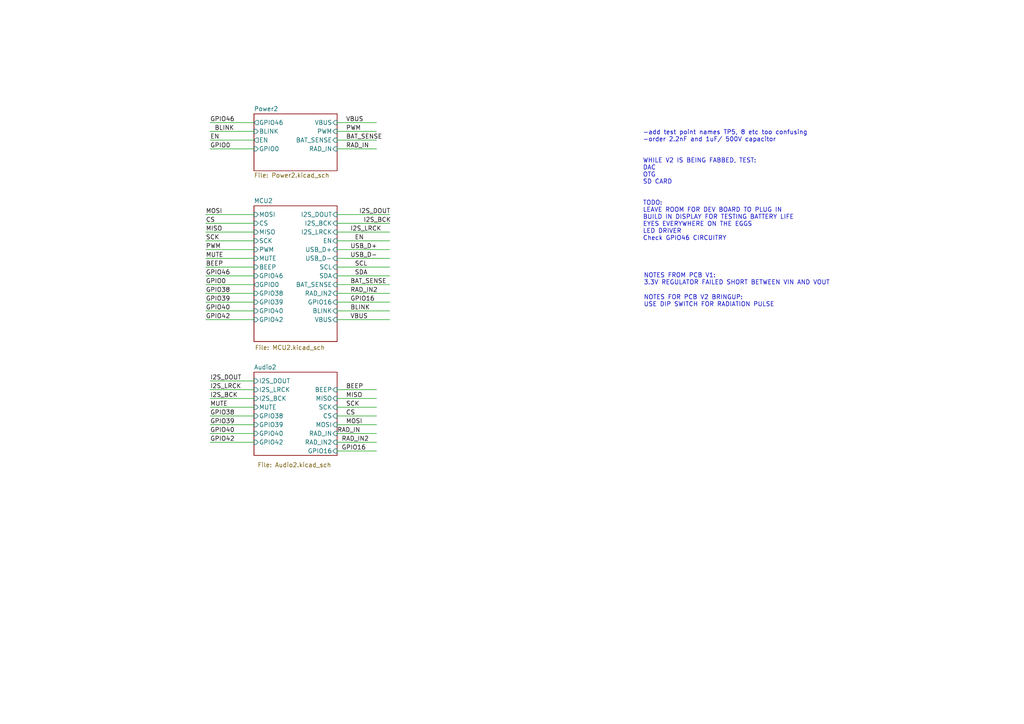
<source format=kicad_sch>
(kicad_sch
	(version 20250114)
	(generator "eeschema")
	(generator_version "9.0")
	(uuid "0a781558-ebe5-4562-8748-3cbe471da24e")
	(paper "A4")
	(title_block
		(title "POWER")
	)
	(lib_symbols)
	(text "-add test point names TP5, 8 etc too confusing\n-order 2.2nF and 1uF/ 500V capacitor\n\n\nWHILE V2 IS BEING FABBED, TEST:\nDAC\nOTG\nSD CARD\n\n\nTODO:\nLEAVE ROOM FOR DEV BOARD TO PLUG IN\nBUILD IN DISPLAY FOR TESTING BATTERY LIFE\nEYES EVERYWHERE ON THE EGGS\nLED DRIVER\nCheck GPIO46 CIRCUITRY"
		(exclude_from_sim no)
		(at 186.436 53.848 0)
		(effects
			(font
				(size 1.27 1.27)
			)
			(justify left)
		)
		(uuid "3760ff42-b08b-4703-aaf8-aeb1eb1db20c")
	)
	(text "NOTES FOR PCB V2 BRINGUP:\nUSE DIP SWITCH FOR RADIATION PULSE"
		(exclude_from_sim no)
		(at 186.69 87.376 0)
		(effects
			(font
				(size 1.27 1.27)
			)
			(justify left)
		)
		(uuid "3eee940c-3daf-4539-b402-6624e95890bf")
	)
	(text "NOTES FROM PCB V1:\n3.3V REGULATOR FAILED SHORT BETWEEN VIN AND VOUT"
		(exclude_from_sim no)
		(at 186.69 81.026 0)
		(effects
			(font
				(size 1.27 1.27)
			)
			(justify left)
		)
		(uuid "4bc7d904-9336-4473-9b75-88914af7bb07")
	)
	(wire
		(pts
			(xy 59.69 90.17) (xy 73.66 90.17)
		)
		(stroke
			(width 0)
			(type default)
		)
		(uuid "00d51275-3c9f-4e8a-891d-674dc05285b5")
	)
	(wire
		(pts
			(xy 59.69 92.71) (xy 73.66 92.71)
		)
		(stroke
			(width 0)
			(type default)
		)
		(uuid "187f0d01-d358-4a97-9462-d67bb09ab9e1")
	)
	(wire
		(pts
			(xy 97.79 62.23) (xy 113.03 62.23)
		)
		(stroke
			(width 0)
			(type default)
		)
		(uuid "1a434ad7-f196-4851-a582-b8f2a94077c2")
	)
	(wire
		(pts
			(xy 60.96 43.18) (xy 73.66 43.18)
		)
		(stroke
			(width 0)
			(type default)
		)
		(uuid "1cd59efe-9f8b-40dd-aa67-1cc8e5d9a440")
	)
	(wire
		(pts
			(xy 59.69 85.09) (xy 73.66 85.09)
		)
		(stroke
			(width 0)
			(type default)
		)
		(uuid "1f3eada3-dc51-49f7-92d4-97b65c693013")
	)
	(wire
		(pts
			(xy 97.79 92.71) (xy 113.03 92.71)
		)
		(stroke
			(width 0)
			(type default)
		)
		(uuid "20481f50-9904-4cae-92e6-53bc82e1a12f")
	)
	(wire
		(pts
			(xy 97.79 90.17) (xy 113.03 90.17)
		)
		(stroke
			(width 0)
			(type default)
		)
		(uuid "20cbcacc-7ce9-4a41-af38-17a075f5758c")
	)
	(wire
		(pts
			(xy 59.69 69.85) (xy 73.66 69.85)
		)
		(stroke
			(width 0)
			(type default)
		)
		(uuid "2349a2cd-4fa2-4b67-b5fc-2f7231be1c94")
	)
	(wire
		(pts
			(xy 97.79 115.57) (xy 109.22 115.57)
		)
		(stroke
			(width 0)
			(type default)
		)
		(uuid "26a05d0a-9edb-4a62-9a87-9f2e9e9d5b40")
	)
	(wire
		(pts
			(xy 60.96 113.03) (xy 73.66 113.03)
		)
		(stroke
			(width 0)
			(type default)
		)
		(uuid "2a86a4a0-ad2d-493d-bb50-56860e94f7c6")
	)
	(wire
		(pts
			(xy 60.96 35.56) (xy 73.66 35.56)
		)
		(stroke
			(width 0)
			(type default)
		)
		(uuid "2afa9251-9c08-4f3c-adf0-7c21670fe636")
	)
	(wire
		(pts
			(xy 60.96 123.19) (xy 73.66 123.19)
		)
		(stroke
			(width 0)
			(type default)
		)
		(uuid "2c6488b6-6959-43f7-a3a6-6be4d53343b9")
	)
	(wire
		(pts
			(xy 97.79 67.31) (xy 113.03 67.31)
		)
		(stroke
			(width 0)
			(type default)
		)
		(uuid "37c95b4b-3806-4d96-9f5e-1632f608b932")
	)
	(wire
		(pts
			(xy 73.66 110.49) (xy 60.96 110.49)
		)
		(stroke
			(width 0)
			(type default)
		)
		(uuid "4341ca1c-7bdc-4b1a-8e3b-8b122da564a9")
	)
	(wire
		(pts
			(xy 97.79 87.63) (xy 113.03 87.63)
		)
		(stroke
			(width 0)
			(type default)
		)
		(uuid "43949e9e-b128-4f98-86ad-9f6fb5c578e5")
	)
	(wire
		(pts
			(xy 59.69 82.55) (xy 73.66 82.55)
		)
		(stroke
			(width 0)
			(type default)
		)
		(uuid "53733d68-5b7d-4366-93c4-7c364f49d99f")
	)
	(wire
		(pts
			(xy 97.79 69.85) (xy 113.03 69.85)
		)
		(stroke
			(width 0)
			(type default)
		)
		(uuid "6aa03eb3-8548-408c-adef-27da342b5412")
	)
	(wire
		(pts
			(xy 97.79 113.03) (xy 109.22 113.03)
		)
		(stroke
			(width 0)
			(type default)
		)
		(uuid "6cd2a945-a9a1-4116-9ac1-dfe01102b976")
	)
	(wire
		(pts
			(xy 60.96 38.1) (xy 73.66 38.1)
		)
		(stroke
			(width 0)
			(type default)
		)
		(uuid "709bb0ff-7676-4b1f-a009-7e218858d457")
	)
	(wire
		(pts
			(xy 60.96 128.27) (xy 73.66 128.27)
		)
		(stroke
			(width 0)
			(type default)
		)
		(uuid "76d84608-c5e4-49f6-9b3a-326468a0be34")
	)
	(wire
		(pts
			(xy 97.79 82.55) (xy 113.03 82.55)
		)
		(stroke
			(width 0)
			(type default)
		)
		(uuid "7cd84569-910e-45f0-b3af-9990a2b4f597")
	)
	(wire
		(pts
			(xy 97.79 72.39) (xy 113.03 72.39)
		)
		(stroke
			(width 0)
			(type default)
		)
		(uuid "7f121151-708c-49e7-8877-7ce710e14646")
	)
	(wire
		(pts
			(xy 97.79 35.56) (xy 109.22 35.56)
		)
		(stroke
			(width 0)
			(type default)
		)
		(uuid "811bbd17-0cc7-42da-9f79-e495accdb2ab")
	)
	(wire
		(pts
			(xy 97.79 130.81) (xy 109.22 130.81)
		)
		(stroke
			(width 0)
			(type default)
		)
		(uuid "82b65cc8-2759-4a69-843b-7bf75bd067fb")
	)
	(wire
		(pts
			(xy 60.96 120.65) (xy 73.66 120.65)
		)
		(stroke
			(width 0)
			(type default)
		)
		(uuid "843b94d0-39c3-4417-af26-4f8540756cad")
	)
	(wire
		(pts
			(xy 97.79 120.65) (xy 109.22 120.65)
		)
		(stroke
			(width 0)
			(type default)
		)
		(uuid "847ba38e-b3c4-4e0b-b6b8-7ba2cec47502")
	)
	(wire
		(pts
			(xy 97.79 80.01) (xy 113.03 80.01)
		)
		(stroke
			(width 0)
			(type default)
		)
		(uuid "8556c111-5784-4e63-ac15-c9aca8dbdf28")
	)
	(wire
		(pts
			(xy 97.79 118.11) (xy 109.22 118.11)
		)
		(stroke
			(width 0)
			(type default)
		)
		(uuid "87a3532f-7301-4486-9ec8-ffe18b051e79")
	)
	(wire
		(pts
			(xy 59.69 74.93) (xy 73.66 74.93)
		)
		(stroke
			(width 0)
			(type default)
		)
		(uuid "8bc69226-4d57-407d-9a32-3451aa289fd4")
	)
	(wire
		(pts
			(xy 59.69 67.31) (xy 73.66 67.31)
		)
		(stroke
			(width 0)
			(type default)
		)
		(uuid "965637de-3f0b-43f2-8ebe-c36f32f4b1af")
	)
	(wire
		(pts
			(xy 59.69 77.47) (xy 73.66 77.47)
		)
		(stroke
			(width 0)
			(type default)
		)
		(uuid "9d712ea1-b3c7-4e03-9eee-6b21b1c57a09")
	)
	(wire
		(pts
			(xy 97.79 125.73) (xy 109.22 125.73)
		)
		(stroke
			(width 0)
			(type default)
		)
		(uuid "a13a431b-3985-4919-a6a4-f18c654e0852")
	)
	(wire
		(pts
			(xy 97.79 77.47) (xy 113.03 77.47)
		)
		(stroke
			(width 0)
			(type default)
		)
		(uuid "a300b0f9-f183-4f0a-b553-d7c4179c0afa")
	)
	(wire
		(pts
			(xy 59.69 80.01) (xy 73.66 80.01)
		)
		(stroke
			(width 0)
			(type default)
		)
		(uuid "a8e16d98-11e6-43ee-b7fd-f75664c8d63a")
	)
	(wire
		(pts
			(xy 60.96 40.64) (xy 73.66 40.64)
		)
		(stroke
			(width 0)
			(type default)
		)
		(uuid "af118617-c222-4f30-8373-29594edcb5fc")
	)
	(wire
		(pts
			(xy 97.79 74.93) (xy 113.03 74.93)
		)
		(stroke
			(width 0)
			(type default)
		)
		(uuid "b0a66e47-9896-42d5-8eef-43633a8e3f94")
	)
	(wire
		(pts
			(xy 97.79 85.09) (xy 113.03 85.09)
		)
		(stroke
			(width 0)
			(type default)
		)
		(uuid "b17aac35-fa9a-4019-ad77-46e665980248")
	)
	(wire
		(pts
			(xy 97.79 38.1) (xy 109.22 38.1)
		)
		(stroke
			(width 0)
			(type default)
		)
		(uuid "b3ae3e40-f9a7-414a-8597-e39f90168936")
	)
	(wire
		(pts
			(xy 59.69 72.39) (xy 73.66 72.39)
		)
		(stroke
			(width 0)
			(type default)
		)
		(uuid "b7a8d237-6f65-46de-af6f-8322c4e05e11")
	)
	(wire
		(pts
			(xy 60.96 115.57) (xy 73.66 115.57)
		)
		(stroke
			(width 0)
			(type default)
		)
		(uuid "ba42c7b6-74ea-406c-9dfe-fdb010a28b2b")
	)
	(wire
		(pts
			(xy 59.69 87.63) (xy 73.66 87.63)
		)
		(stroke
			(width 0)
			(type default)
		)
		(uuid "bf0020e8-5e68-41fd-aeaa-f8f0f2f49132")
	)
	(wire
		(pts
			(xy 97.79 43.18) (xy 109.22 43.18)
		)
		(stroke
			(width 0)
			(type default)
		)
		(uuid "cb7f8548-92a4-4a3a-b534-a7dca254f3a3")
	)
	(wire
		(pts
			(xy 60.96 125.73) (xy 73.66 125.73)
		)
		(stroke
			(width 0)
			(type default)
		)
		(uuid "d1d79501-bf39-40db-bae4-79a8b9ce44f6")
	)
	(wire
		(pts
			(xy 97.79 64.77) (xy 113.03 64.77)
		)
		(stroke
			(width 0)
			(type default)
		)
		(uuid "dc84777f-09a7-43cc-a4f4-c67041b2440a")
	)
	(wire
		(pts
			(xy 97.79 123.19) (xy 109.22 123.19)
		)
		(stroke
			(width 0)
			(type default)
		)
		(uuid "de05d0c3-7f33-4363-b68f-8f4dbdf73d1a")
	)
	(wire
		(pts
			(xy 97.79 128.27) (xy 109.22 128.27)
		)
		(stroke
			(width 0)
			(type default)
		)
		(uuid "e95ea8e5-a5ae-4f3d-8002-d1918dc30fd6")
	)
	(wire
		(pts
			(xy 60.96 118.11) (xy 73.66 118.11)
		)
		(stroke
			(width 0)
			(type default)
		)
		(uuid "f3aa6aba-7ed2-4bc6-ae38-a3aad0eacbbd")
	)
	(wire
		(pts
			(xy 97.79 40.64) (xy 109.22 40.64)
		)
		(stroke
			(width 0)
			(type default)
		)
		(uuid "f6d308ab-8708-4688-b9dc-58fdc2440899")
	)
	(wire
		(pts
			(xy 73.66 62.23) (xy 59.69 62.23)
		)
		(stroke
			(width 0)
			(type default)
		)
		(uuid "f7504d3f-b4bb-42df-8c57-89dfdff49f4d")
	)
	(wire
		(pts
			(xy 59.69 64.77) (xy 73.66 64.77)
		)
		(stroke
			(width 0)
			(type default)
		)
		(uuid "f846ba87-39b0-4205-8dc9-f0d22e065528")
	)
	(label "SDA"
		(at 102.87 80.01 0)
		(effects
			(font
				(size 1.27 1.27)
			)
			(justify left bottom)
		)
		(uuid "00e90810-afd1-4318-b29c-40c2262d391c")
	)
	(label "MUTE"
		(at 59.69 74.93 0)
		(effects
			(font
				(size 1.27 1.27)
			)
			(justify left bottom)
		)
		(uuid "05f2e2a5-c19c-4aca-a249-dc5a97e1fe9b")
	)
	(label "USB_D-"
		(at 101.6 74.93 0)
		(effects
			(font
				(size 1.27 1.27)
			)
			(justify left bottom)
		)
		(uuid "13367ad7-c3da-45b9-8f68-2c488acba365")
	)
	(label "I2S_LRCK"
		(at 60.96 113.03 0)
		(effects
			(font
				(size 1.27 1.27)
			)
			(justify left bottom)
		)
		(uuid "1526b434-c438-4564-8d08-ec918847368e")
	)
	(label "GPIO16"
		(at 101.6 87.63 0)
		(effects
			(font
				(size 1.27 1.27)
			)
			(justify left bottom)
		)
		(uuid "1a803dd8-1afb-4b19-a0f3-1c92a9946fa2")
	)
	(label "MISO"
		(at 100.33 115.57 0)
		(effects
			(font
				(size 1.27 1.27)
			)
			(justify left bottom)
		)
		(uuid "1ecbbbd5-33f2-4a4e-be9e-8fcf78287925")
	)
	(label "BAT_SENSE"
		(at 101.6 82.55 0)
		(effects
			(font
				(size 1.27 1.27)
			)
			(justify left bottom)
		)
		(uuid "21b7c23e-0dec-4a16-b235-08908dda8944")
	)
	(label "PWM"
		(at 100.33 38.1 0)
		(effects
			(font
				(size 1.27 1.27)
			)
			(justify left bottom)
		)
		(uuid "29668604-2b20-4cd5-975d-bb60ea28c91c")
	)
	(label "GPIO0"
		(at 59.69 82.55 0)
		(effects
			(font
				(size 1.27 1.27)
			)
			(justify left bottom)
		)
		(uuid "2b82d51c-69f6-4a17-a439-1607ab63c04e")
	)
	(label "I2S_LRCK"
		(at 101.6 67.31 0)
		(effects
			(font
				(size 1.27 1.27)
			)
			(justify left bottom)
		)
		(uuid "2e856661-ffc8-433d-961f-3cc88a633fc0")
	)
	(label "MUTE"
		(at 60.96 118.11 0)
		(effects
			(font
				(size 1.27 1.27)
			)
			(justify left bottom)
		)
		(uuid "3f75cbd6-0d04-437f-b06b-c753c532c22c")
	)
	(label "GPIO46"
		(at 60.96 35.56 0)
		(effects
			(font
				(size 1.27 1.27)
			)
			(justify left bottom)
		)
		(uuid "43a940d7-cfe3-424c-b3d1-da604f241cf2")
	)
	(label "GPIO16"
		(at 99.06 130.81 0)
		(effects
			(font
				(size 1.27 1.27)
			)
			(justify left bottom)
		)
		(uuid "4b6d1865-d4ce-4ecc-84a1-66a8475d124a")
	)
	(label "MISO"
		(at 59.69 67.31 0)
		(effects
			(font
				(size 1.27 1.27)
			)
			(justify left bottom)
		)
		(uuid "4e19abde-7a89-450d-8f97-d46fa14900d4")
	)
	(label "GPIO40"
		(at 60.96 125.73 0)
		(effects
			(font
				(size 1.27 1.27)
			)
			(justify left bottom)
		)
		(uuid "51f1376f-5415-4718-8556-d413c632a37c")
	)
	(label "MOSI"
		(at 59.69 62.23 0)
		(effects
			(font
				(size 1.27 1.27)
			)
			(justify left bottom)
		)
		(uuid "59846df6-9020-4337-918f-d749baabe3ee")
	)
	(label "BLINK"
		(at 62.23 38.1 0)
		(effects
			(font
				(size 1.27 1.27)
			)
			(justify left bottom)
		)
		(uuid "647ff05e-a383-427e-a40d-e627c7a105c7")
	)
	(label "GPIO38"
		(at 59.69 85.09 0)
		(effects
			(font
				(size 1.27 1.27)
			)
			(justify left bottom)
		)
		(uuid "6a00b6c3-bb39-4e1a-a30f-27621c7b01ec")
	)
	(label "RAD_IN2"
		(at 101.6 85.09 0)
		(effects
			(font
				(size 1.27 1.27)
			)
			(justify left bottom)
		)
		(uuid "6a18a20a-7e7e-484a-b87c-2bfc901fccfe")
	)
	(label "I2S_BCK"
		(at 60.96 115.57 0)
		(effects
			(font
				(size 1.27 1.27)
			)
			(justify left bottom)
		)
		(uuid "738a9128-26f7-487a-98bf-62a7d01e5783")
	)
	(label "GPIO39"
		(at 59.69 87.63 0)
		(effects
			(font
				(size 1.27 1.27)
			)
			(justify left bottom)
		)
		(uuid "83910de1-90f7-46eb-85d8-2a6fc067ec1d")
	)
	(label "SCK"
		(at 59.69 69.85 0)
		(effects
			(font
				(size 1.27 1.27)
			)
			(justify left bottom)
		)
		(uuid "8c63ff11-be6d-4429-b189-df83fb34bd1c")
	)
	(label "PWM"
		(at 59.69 72.39 0)
		(effects
			(font
				(size 1.27 1.27)
			)
			(justify left bottom)
		)
		(uuid "92bd6725-83ca-4375-aa9e-d8dc0fa5424e")
	)
	(label "CS"
		(at 59.69 64.77 0)
		(effects
			(font
				(size 1.27 1.27)
			)
			(justify left bottom)
		)
		(uuid "934a300d-a898-4abc-beb5-a95bf953e24a")
	)
	(label "CS"
		(at 100.33 120.65 0)
		(effects
			(font
				(size 1.27 1.27)
			)
			(justify left bottom)
		)
		(uuid "9b7233ac-42c1-436c-8c47-cc57170128c7")
	)
	(label "BEEP"
		(at 100.33 113.03 0)
		(effects
			(font
				(size 1.27 1.27)
			)
			(justify left bottom)
		)
		(uuid "a07617a7-dfed-47b5-87be-a8dd2bf70182")
	)
	(label "USB_D+"
		(at 101.6 72.39 0)
		(effects
			(font
				(size 1.27 1.27)
			)
			(justify left bottom)
		)
		(uuid "a70b322a-ae54-4e3d-bbf4-8ae95bffa33c")
	)
	(label "RAD_IN2"
		(at 99.06 128.27 0)
		(effects
			(font
				(size 1.27 1.27)
			)
			(justify left bottom)
		)
		(uuid "a77e46a2-b816-4ed8-9f57-7dcfd52765e8")
	)
	(label "GPIO38"
		(at 60.96 120.65 0)
		(effects
			(font
				(size 1.27 1.27)
			)
			(justify left bottom)
		)
		(uuid "aa7e27ac-da64-4867-9e44-0daa47cb08a1")
	)
	(label "BLINK"
		(at 101.6 90.17 0)
		(effects
			(font
				(size 1.27 1.27)
			)
			(justify left bottom)
		)
		(uuid "ac1a1a16-6cb9-4a91-b9bb-87b4cdeb0bb8")
	)
	(label "GPIO0"
		(at 60.96 43.18 0)
		(effects
			(font
				(size 1.27 1.27)
			)
			(justify left bottom)
		)
		(uuid "b0d1a239-4248-4692-b245-e34f484ba3fb")
	)
	(label "BAT_SENSE"
		(at 100.33 40.64 0)
		(effects
			(font
				(size 1.27 1.27)
			)
			(justify left bottom)
		)
		(uuid "b5f309b9-72fb-497c-b7cc-8bba35d7c773")
	)
	(label "SCL"
		(at 102.87 77.47 0)
		(effects
			(font
				(size 1.27 1.27)
			)
			(justify left bottom)
		)
		(uuid "b6ff34ce-9673-4332-9c37-7e556c027b19")
	)
	(label "GPIO46"
		(at 59.69 80.01 0)
		(effects
			(font
				(size 1.27 1.27)
			)
			(justify left bottom)
		)
		(uuid "bc9e3103-625d-4fcc-909e-c69e25f6cff2")
	)
	(label "GPIO42"
		(at 60.96 128.27 0)
		(effects
			(font
				(size 1.27 1.27)
			)
			(justify left bottom)
		)
		(uuid "ca08bb8e-cf04-4fdf-b75d-00590be55fbf")
	)
	(label "GPIO39"
		(at 60.96 123.19 0)
		(effects
			(font
				(size 1.27 1.27)
			)
			(justify left bottom)
		)
		(uuid "cf981ae6-3756-44cc-97ea-911ad8bb43f5")
	)
	(label "VBUS"
		(at 101.6 92.71 0)
		(effects
			(font
				(size 1.27 1.27)
			)
			(justify left bottom)
		)
		(uuid "d1b95b20-ea76-4b39-b82c-fde0bff583f1")
	)
	(label "RAD_IN"
		(at 100.33 43.18 0)
		(effects
			(font
				(size 1.27 1.27)
			)
			(justify left bottom)
		)
		(uuid "d2c6ab1a-f87f-40db-a367-59719b1918e6")
	)
	(label "RAD_IN"
		(at 97.79 125.73 0)
		(effects
			(font
				(size 1.27 1.27)
			)
			(justify left bottom)
		)
		(uuid "d3e3c7e9-c356-4085-9c7d-1a4ef65fdb90")
	)
	(label "I2S_DOUT"
		(at 60.96 110.49 0)
		(effects
			(font
				(size 1.27 1.27)
			)
			(justify left bottom)
		)
		(uuid "d3f4d3bd-0143-41ed-af7a-428433846dd3")
	)
	(label "MOSI"
		(at 100.33 123.19 0)
		(effects
			(font
				(size 1.27 1.27)
			)
			(justify left bottom)
		)
		(uuid "d4deff41-9cb0-419c-b01d-9f57dd878436")
	)
	(label "SCK"
		(at 100.33 118.11 0)
		(effects
			(font
				(size 1.27 1.27)
			)
			(justify left bottom)
		)
		(uuid "dc6e1dc8-6315-48a2-89cb-a64b9bd8ff4b")
	)
	(label "EN"
		(at 60.96 40.64 0)
		(effects
			(font
				(size 1.27 1.27)
			)
			(justify left bottom)
		)
		(uuid "de3a5adc-b487-4a05-a815-8a4861263b92")
	)
	(label "VBUS"
		(at 100.33 35.56 0)
		(effects
			(font
				(size 1.27 1.27)
			)
			(justify left bottom)
		)
		(uuid "de79ff60-59da-4773-ab8a-65ed2e3c1a70")
	)
	(label "GPIO40"
		(at 59.69 90.17 0)
		(effects
			(font
				(size 1.27 1.27)
			)
			(justify left bottom)
		)
		(uuid "e042b7d6-afe5-428f-8a20-c33daaa7d90e")
	)
	(label "BEEP"
		(at 59.69 77.47 0)
		(effects
			(font
				(size 1.27 1.27)
			)
			(justify left bottom)
		)
		(uuid "e15eb0cf-b4f7-432f-9942-d99c80a3bb65")
	)
	(label "GPIO42"
		(at 59.69 92.71 0)
		(effects
			(font
				(size 1.27 1.27)
			)
			(justify left bottom)
		)
		(uuid "e50843d7-4324-4a40-bd84-8fea7b310280")
	)
	(label "EN"
		(at 102.87 69.85 0)
		(effects
			(font
				(size 1.27 1.27)
			)
			(justify left bottom)
		)
		(uuid "e5f1e5b2-d058-479a-bdeb-6b5862ae51c5")
	)
	(label "I2S_DOUT"
		(at 104.14 62.23 0)
		(effects
			(font
				(size 1.27 1.27)
			)
			(justify left bottom)
		)
		(uuid "ef660538-3fc5-47c9-8279-939f5552a4d6")
	)
	(label "I2S_BCK"
		(at 105.41 64.77 0)
		(effects
			(font
				(size 1.27 1.27)
			)
			(justify left bottom)
		)
		(uuid "f47fc5ab-c1f8-4d93-844e-47fdd082b21a")
	)
	(sheet
		(at 73.66 59.69)
		(size 24.13 39.37)
		(exclude_from_sim no)
		(in_bom yes)
		(on_board yes)
		(dnp no)
		(stroke
			(width 0.1524)
			(type solid)
		)
		(fill
			(color 0 0 0 0.0000)
		)
		(uuid "553d155f-51d7-41f8-b819-9cc6d294555d")
		(property "Sheetname" "MCU2"
			(at 73.66 58.9784 0)
			(effects
				(font
					(size 1.27 1.27)
				)
				(justify left bottom)
			)
		)
		(property "Sheetfile" "MCU2.kicad_sch"
			(at 73.914 100.076 0)
			(effects
				(font
					(size 1.27 1.27)
				)
				(justify left top)
			)
		)
		(pin "PWM" input
			(at 73.66 72.39 180)
			(uuid "42a93fe2-4817-4fd9-816e-3bd015a1a960")
			(effects
				(font
					(size 1.27 1.27)
				)
				(justify left)
			)
		)
		(pin "MOSI" input
			(at 73.66 62.23 180)
			(uuid "14d9bee1-fc21-45d1-a1ee-621f6a671d24")
			(effects
				(font
					(size 1.27 1.27)
				)
				(justify left)
			)
		)
		(pin "CS" input
			(at 73.66 64.77 180)
			(uuid "e5cdb24a-1f5b-4834-be11-f16511810d1d")
			(effects
				(font
					(size 1.27 1.27)
				)
				(justify left)
			)
		)
		(pin "MISO" input
			(at 73.66 67.31 180)
			(uuid "035598f6-83f6-4b47-9724-be11a6658197")
			(effects
				(font
					(size 1.27 1.27)
				)
				(justify left)
			)
		)
		(pin "MUTE" input
			(at 73.66 74.93 180)
			(uuid "80e129de-b5ff-4217-a1c3-ebce762439f3")
			(effects
				(font
					(size 1.27 1.27)
				)
				(justify left)
			)
		)
		(pin "I2S_DOUT" input
			(at 97.79 62.23 0)
			(uuid "d1c4e243-6339-441b-84fe-394997173f4e")
			(effects
				(font
					(size 1.27 1.27)
				)
				(justify right)
			)
		)
		(pin "I2S_BCK" input
			(at 97.79 64.77 0)
			(uuid "c984886b-a653-459b-a309-2085de4d2218")
			(effects
				(font
					(size 1.27 1.27)
				)
				(justify right)
			)
		)
		(pin "I2S_LRCK" input
			(at 97.79 67.31 0)
			(uuid "334ec726-ff39-4545-8d1f-e4f6248a0982")
			(effects
				(font
					(size 1.27 1.27)
				)
				(justify right)
			)
		)
		(pin "EN" input
			(at 97.79 69.85 0)
			(uuid "b7e582fd-e217-4009-ac79-75e49f8a3bac")
			(effects
				(font
					(size 1.27 1.27)
				)
				(justify right)
			)
		)
		(pin "BEEP" input
			(at 73.66 77.47 180)
			(uuid "0bc0d379-ced4-4ae3-af0d-f66e3897b70b")
			(effects
				(font
					(size 1.27 1.27)
				)
				(justify left)
			)
		)
		(pin "USB_D+" input
			(at 97.79 72.39 0)
			(uuid "54e379b3-c80e-43c4-ac73-fff6f1696ade")
			(effects
				(font
					(size 1.27 1.27)
				)
				(justify right)
			)
		)
		(pin "SDA" input
			(at 97.79 80.01 0)
			(uuid "93c644de-1014-4529-bc0a-9acc3157b50a")
			(effects
				(font
					(size 1.27 1.27)
				)
				(justify right)
			)
		)
		(pin "USB_D-" input
			(at 97.79 74.93 0)
			(uuid "e2d25cc2-8499-47a0-bc1c-eeecc8fe1bd4")
			(effects
				(font
					(size 1.27 1.27)
				)
				(justify right)
			)
		)
		(pin "SCL" input
			(at 97.79 77.47 0)
			(uuid "e4c66ecb-e96e-4f58-a6b1-9b63759346bb")
			(effects
				(font
					(size 1.27 1.27)
				)
				(justify right)
			)
		)
		(pin "SCK" input
			(at 73.66 69.85 180)
			(uuid "d14bd2b1-78ef-4d53-9e61-96fcce6ff65d")
			(effects
				(font
					(size 1.27 1.27)
				)
				(justify left)
			)
		)
		(pin "GPIO46" input
			(at 73.66 80.01 180)
			(uuid "e02f3ab9-6d03-459c-b44f-b89b4d9bf2c7")
			(effects
				(font
					(size 1.27 1.27)
				)
				(justify left)
			)
		)
		(pin "GPIO0" output
			(at 73.66 82.55 180)
			(uuid "3e51a168-30e0-4b4a-9e77-d173891d312a")
			(effects
				(font
					(size 1.27 1.27)
				)
				(justify left)
			)
		)
		(pin "GPIO38" input
			(at 73.66 85.09 180)
			(uuid "f80cd076-189d-4fea-893d-583bbea78fb6")
			(effects
				(font
					(size 1.27 1.27)
				)
				(justify left)
			)
		)
		(pin "GPIO39" input
			(at 73.66 87.63 180)
			(uuid "c04fe439-33a7-4fb7-bdd6-68c6dfbdd2b2")
			(effects
				(font
					(size 1.27 1.27)
				)
				(justify left)
			)
		)
		(pin "GPIO40" input
			(at 73.66 90.17 180)
			(uuid "22f39a2a-536b-4601-92ac-15a0210eedb6")
			(effects
				(font
					(size 1.27 1.27)
				)
				(justify left)
			)
		)
		(pin "GPIO42" input
			(at 73.66 92.71 180)
			(uuid "81dbaa43-a71b-43bf-8a9b-63a1d8ab907c")
			(effects
				(font
					(size 1.27 1.27)
				)
				(justify left)
			)
		)
		(pin "RAD_IN2" input
			(at 97.79 85.09 0)
			(uuid "32639452-fa2a-4d39-95bc-921c6be4e1f3")
			(effects
				(font
					(size 1.27 1.27)
				)
				(justify right)
			)
		)
		(pin "GPIO16" input
			(at 97.79 87.63 0)
			(uuid "ae05cb11-b315-422d-b99d-82be99ea9c77")
			(effects
				(font
					(size 1.27 1.27)
				)
				(justify right)
			)
		)
		(pin "BLINK" input
			(at 97.79 90.17 0)
			(uuid "ff3a26d3-40ce-45e7-b313-a8591f38f4a9")
			(effects
				(font
					(size 1.27 1.27)
				)
				(justify right)
			)
		)
		(pin "BAT_SENSE" input
			(at 97.79 82.55 0)
			(uuid "1e360545-932b-4093-920e-ee7b910abefd")
			(effects
				(font
					(size 1.27 1.27)
				)
				(justify right)
			)
		)
		(pin "VBUS" input
			(at 97.79 92.71 0)
			(uuid "d8239a7d-33b1-48d0-8b78-aeabe7930c76")
			(effects
				(font
					(size 1.27 1.27)
				)
				(justify right)
			)
		)
		(instances
			(project "Radiation2"
				(path "/0a781558-ebe5-4562-8748-3cbe471da24e"
					(page "3")
				)
			)
		)
	)
	(sheet
		(at 73.66 33.02)
		(size 24.13 16.51)
		(exclude_from_sim no)
		(in_bom yes)
		(on_board yes)
		(dnp no)
		(fields_autoplaced yes)
		(stroke
			(width 0.1524)
			(type solid)
		)
		(fill
			(color 0 0 0 0.0000)
		)
		(uuid "61d54e0e-bfef-4c96-86a7-a9968a7c2798")
		(property "Sheetname" "Power2"
			(at 73.66 32.3084 0)
			(effects
				(font
					(size 1.27 1.27)
				)
				(justify left bottom)
			)
		)
		(property "Sheetfile" "Power2.kicad_sch"
			(at 73.66 50.1146 0)
			(effects
				(font
					(size 1.27 1.27)
				)
				(justify left top)
			)
		)
		(pin "VBUS" input
			(at 97.79 35.56 0)
			(uuid "bbf20841-e019-4547-9bc8-1dfc365a24f8")
			(effects
				(font
					(size 1.27 1.27)
				)
				(justify right)
			)
		)
		(pin "PWM" input
			(at 97.79 38.1 0)
			(uuid "5eab1e3a-152c-4a13-90bc-5af57ff39fed")
			(effects
				(font
					(size 1.27 1.27)
				)
				(justify right)
			)
		)
		(pin "EN" output
			(at 73.66 40.64 180)
			(uuid "1328f00f-84eb-4f47-8e55-ddf31947dcbe")
			(effects
				(font
					(size 1.27 1.27)
				)
				(justify left)
			)
		)
		(pin "GPIO46" output
			(at 73.66 35.56 180)
			(uuid "1b460b1d-9298-4a4a-8df6-b42bd19a9f6b")
			(effects
				(font
					(size 1.27 1.27)
				)
				(justify left)
			)
		)
		(pin "GPIO0" input
			(at 73.66 43.18 180)
			(uuid "83bf40df-1574-4925-9bb0-cc63693455b5")
			(effects
				(font
					(size 1.27 1.27)
				)
				(justify left)
			)
		)
		(pin "BLINK" input
			(at 73.66 38.1 180)
			(uuid "ca044bd9-9af4-4358-8d2a-0f12041fa365")
			(effects
				(font
					(size 1.27 1.27)
				)
				(justify left)
			)
		)
		(pin "BAT_SENSE" input
			(at 97.79 40.64 0)
			(uuid "76bb6b33-4437-452a-9205-2d482d58c957")
			(effects
				(font
					(size 1.27 1.27)
				)
				(justify right)
			)
		)
		(pin "RAD_IN" input
			(at 97.79 43.18 0)
			(uuid "e408da4f-e298-4136-9042-f6b098fe4d13")
			(effects
				(font
					(size 1.27 1.27)
				)
				(justify right)
			)
		)
		(instances
			(project "Radiation2"
				(path "/0a781558-ebe5-4562-8748-3cbe471da24e"
					(page "2")
				)
			)
		)
	)
	(sheet
		(at 73.66 107.95)
		(size 24.13 24.13)
		(exclude_from_sim no)
		(in_bom yes)
		(on_board yes)
		(dnp no)
		(stroke
			(width 0.1524)
			(type solid)
		)
		(fill
			(color 0 0 0 0.0000)
		)
		(uuid "b03a8cbd-5823-419c-808a-8b6445fe34d3")
		(property "Sheetname" "Audio2"
			(at 73.66 107.2384 0)
			(effects
				(font
					(size 1.27 1.27)
				)
				(justify left bottom)
			)
		)
		(property "Sheetfile" "Audio2.kicad_sch"
			(at 74.676 134.112 0)
			(effects
				(font
					(size 1.27 1.27)
				)
				(justify left top)
			)
		)
		(pin "BEEP" input
			(at 97.79 113.03 0)
			(uuid "184fd769-fef9-45e8-9ca2-8ba692dbd1f2")
			(effects
				(font
					(size 1.27 1.27)
				)
				(justify right)
			)
		)
		(pin "I2S_DOUT" input
			(at 73.66 110.49 180)
			(uuid "65272281-d2d7-49e9-825e-4832744d2787")
			(effects
				(font
					(size 1.27 1.27)
				)
				(justify left)
			)
		)
		(pin "I2S_LRCK" input
			(at 73.66 113.03 180)
			(uuid "c92f7b4b-ddf3-455d-a6b4-2fbcbe7fdd07")
			(effects
				(font
					(size 1.27 1.27)
				)
				(justify left)
			)
		)
		(pin "I2S_BCK" input
			(at 73.66 115.57 180)
			(uuid "fd99170c-ecf3-4e72-9566-82028d6c5a56")
			(effects
				(font
					(size 1.27 1.27)
				)
				(justify left)
			)
		)
		(pin "MUTE" input
			(at 73.66 118.11 180)
			(uuid "fdff88a7-9de6-4a10-85fb-62de74b56168")
			(effects
				(font
					(size 1.27 1.27)
				)
				(justify left)
			)
		)
		(pin "MISO" input
			(at 97.79 115.57 0)
			(uuid "831a6e53-d406-4ef7-93db-9b09745c8ebe")
			(effects
				(font
					(size 1.27 1.27)
				)
				(justify right)
			)
		)
		(pin "SCK" input
			(at 97.79 118.11 0)
			(uuid "fa290403-7d4f-42d8-a24f-d9a7a515e3e4")
			(effects
				(font
					(size 1.27 1.27)
				)
				(justify right)
			)
		)
		(pin "CS" input
			(at 97.79 120.65 0)
			(uuid "90c1469b-01b4-416b-a694-dee52521e817")
			(effects
				(font
					(size 1.27 1.27)
				)
				(justify right)
			)
		)
		(pin "MOSI" input
			(at 97.79 123.19 0)
			(uuid "ff681818-cbf5-4a11-9a81-994883677114")
			(effects
				(font
					(size 1.27 1.27)
				)
				(justify right)
			)
		)
		(pin "GPIO38" input
			(at 73.66 120.65 180)
			(uuid "3a84cf8d-32fc-40cd-9850-672aa59bb3ec")
			(effects
				(font
					(size 1.27 1.27)
				)
				(justify left)
			)
		)
		(pin "GPIO39" input
			(at 73.66 123.19 180)
			(uuid "05513a58-dff3-4183-8d6c-ba008b406ce9")
			(effects
				(font
					(size 1.27 1.27)
				)
				(justify left)
			)
		)
		(pin "GPIO40" input
			(at 73.66 125.73 180)
			(uuid "fc0785c0-e17e-49bf-95b5-bdd3fae60598")
			(effects
				(font
					(size 1.27 1.27)
				)
				(justify left)
			)
		)
		(pin "GPIO42" input
			(at 73.66 128.27 180)
			(uuid "7aeb2cce-51ad-4d61-883e-3aa42fb33ca8")
			(effects
				(font
					(size 1.27 1.27)
				)
				(justify left)
			)
		)
		(pin "RAD_IN" input
			(at 97.79 125.73 0)
			(uuid "eb238d03-fbdf-463d-9ab5-04dcee413952")
			(effects
				(font
					(size 1.27 1.27)
				)
				(justify right)
			)
		)
		(pin "GPIO16" input
			(at 97.79 130.81 0)
			(uuid "ad2d0f54-14bb-4d16-8f75-85396def40dd")
			(effects
				(font
					(size 1.27 1.27)
				)
				(justify right)
			)
		)
		(pin "RAD_IN2" input
			(at 97.79 128.27 0)
			(uuid "8431ea21-b3d3-4513-882a-2a1ccbf43d97")
			(effects
				(font
					(size 1.27 1.27)
				)
				(justify right)
			)
		)
		(instances
			(project "Radiation2"
				(path "/0a781558-ebe5-4562-8748-3cbe471da24e"
					(page "4")
				)
			)
		)
	)
	(sheet_instances
		(path "/"
			(page "1")
		)
	)
	(embedded_fonts no)
)

</source>
